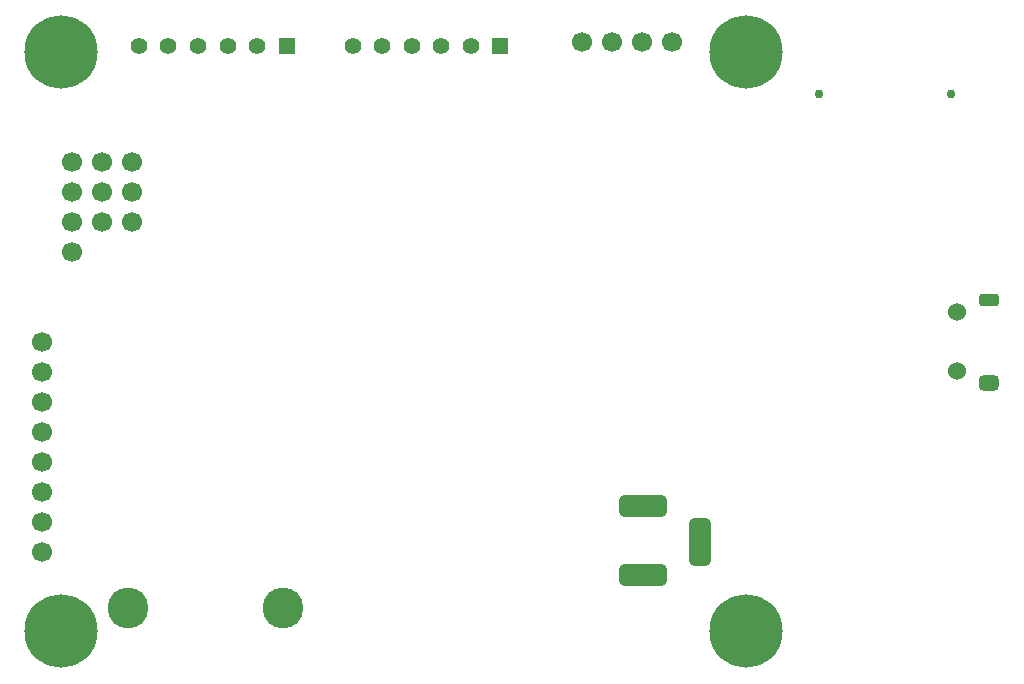
<source format=gbs>
G04*
G04 #@! TF.GenerationSoftware,Altium Limited,Altium Designer,22.11.1 (43)*
G04*
G04 Layer_Color=16711935*
%FSLAX25Y25*%
%MOIN*%
G70*
G04*
G04 #@! TF.SameCoordinates,C353F027-9E8A-41FA-9674-E24DC2C26849*
G04*
G04*
G04 #@! TF.FilePolarity,Negative*
G04*
G01*
G75*
%ADD63R,0.05512X0.05512*%
%ADD64C,0.05512*%
%ADD65C,0.06693*%
%ADD66C,0.13591*%
G04:AMPARAMS|DCode=67|XSize=65.98mil|YSize=50.24mil|CornerRadius=13.31mil|HoleSize=0mil|Usage=FLASHONLY|Rotation=180.000|XOffset=0mil|YOffset=0mil|HoleType=Round|Shape=RoundedRectangle|*
%AMROUNDEDRECTD67*
21,1,0.06598,0.02362,0,0,180.0*
21,1,0.03937,0.05024,0,0,180.0*
1,1,0.02661,-0.01968,0.01181*
1,1,0.02661,0.01968,0.01181*
1,1,0.02661,0.01968,-0.01181*
1,1,0.02661,-0.01968,-0.01181*
%
%ADD67ROUNDEDRECTD67*%
G04:AMPARAMS|DCode=68|XSize=65.98mil|YSize=42.36mil|CornerRadius=11.34mil|HoleSize=0mil|Usage=FLASHONLY|Rotation=180.000|XOffset=0mil|YOffset=0mil|HoleType=Round|Shape=RoundedRectangle|*
%AMROUNDEDRECTD68*
21,1,0.06598,0.01968,0,0,180.0*
21,1,0.04331,0.04236,0,0,180.0*
1,1,0.02268,-0.02165,0.00984*
1,1,0.02268,0.02165,0.00984*
1,1,0.02268,0.02165,-0.00984*
1,1,0.02268,-0.02165,-0.00984*
%
%ADD68ROUNDEDRECTD68*%
G04:AMPARAMS|DCode=69|XSize=160.47mil|YSize=73.86mil|CornerRadius=19.21mil|HoleSize=0mil|Usage=FLASHONLY|Rotation=270.000|XOffset=0mil|YOffset=0mil|HoleType=Round|Shape=RoundedRectangle|*
%AMROUNDEDRECTD69*
21,1,0.16047,0.03543,0,0,270.0*
21,1,0.12205,0.07386,0,0,270.0*
1,1,0.03842,-0.01772,-0.06102*
1,1,0.03842,-0.01772,0.06102*
1,1,0.03842,0.01772,0.06102*
1,1,0.03842,0.01772,-0.06102*
%
%ADD69ROUNDEDRECTD69*%
G04:AMPARAMS|DCode=70|XSize=160.47mil|YSize=73.86mil|CornerRadius=19.21mil|HoleSize=0mil|Usage=FLASHONLY|Rotation=180.000|XOffset=0mil|YOffset=0mil|HoleType=Round|Shape=RoundedRectangle|*
%AMROUNDEDRECTD70*
21,1,0.16047,0.03543,0,0,180.0*
21,1,0.12205,0.07386,0,0,180.0*
1,1,0.03842,-0.06102,0.01772*
1,1,0.03842,0.06102,0.01772*
1,1,0.03842,0.06102,-0.01772*
1,1,0.03842,-0.06102,-0.01772*
%
%ADD70ROUNDEDRECTD70*%
%ADD71C,0.06008*%
%ADD72C,0.24410*%
%ADD73C,0.02953*%
D63*
X-78347Y98425D02*
D03*
X-7087D02*
D03*
D64*
X-88189D02*
D03*
X-98032D02*
D03*
X-107874D02*
D03*
X-117717D02*
D03*
X-127559D02*
D03*
X-16929D02*
D03*
X-26772D02*
D03*
X-36614D02*
D03*
X-46457D02*
D03*
X-56299D02*
D03*
D65*
X-160000Y-70000D02*
D03*
Y-60000D02*
D03*
Y-30000D02*
D03*
Y-10000D02*
D03*
Y0D02*
D03*
Y-20000D02*
D03*
X-130000Y60000D02*
D03*
Y50000D02*
D03*
Y40000D02*
D03*
X-140000Y60000D02*
D03*
Y50000D02*
D03*
Y40000D02*
D03*
X-150000Y50000D02*
D03*
Y40000D02*
D03*
Y30000D02*
D03*
Y60000D02*
D03*
X50000Y100000D02*
D03*
X20000D02*
D03*
X30000D02*
D03*
X40000D02*
D03*
X-160000Y-40000D02*
D03*
Y-50000D02*
D03*
D66*
X-131166Y-88900D02*
D03*
X-79434D02*
D03*
D67*
X155905Y-13780D02*
D03*
D68*
Y13780D02*
D03*
D69*
X59298Y-66711D02*
D03*
D70*
X40400Y-77735D02*
D03*
Y-54900D02*
D03*
D71*
X145276Y9843D02*
D03*
Y-9843D02*
D03*
D72*
X74803Y-96457D02*
D03*
X-153543D02*
D03*
X74803Y96457D02*
D03*
X-153543D02*
D03*
D73*
X143000Y82677D02*
D03*
X99200D02*
D03*
M02*

</source>
